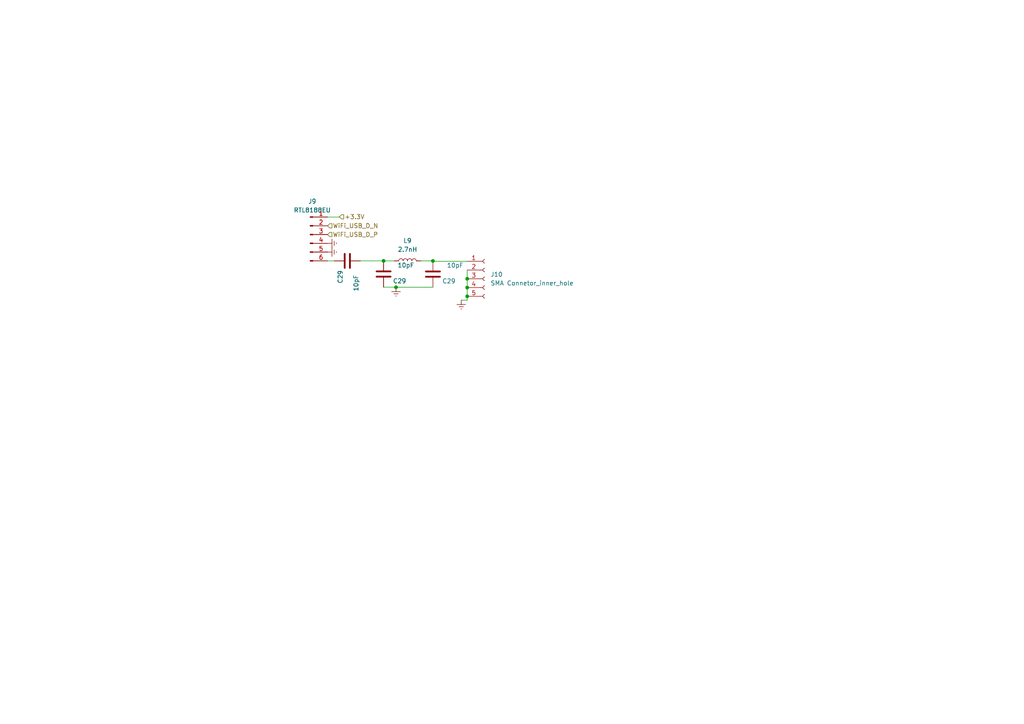
<source format=kicad_sch>
(kicad_sch (version 20230819) (generator eeschema)
  (paper "A4")
  (lib_symbols
    (symbol "Connector:Conn_01x05_Socket" (pin_names (offset 1.016) hide)
      (property "Reference" "J" (at 0 7.62 0))
      (property "Value" "Conn_01x05_Socket" (at 0 -7.62 0))
      (symbol "Conn_01x05_Socket_1_1"
        (arc (start 0 -4.572) (mid -0.5058 -5.08) (end 0 -5.588) (stroke (width 0.1524)))
        (arc (start 0 -2.032) (mid -0.5058 -2.54) (end 0 -3.048) (stroke (width 0.1524)))
        (polyline (pts (xy -1.27 -5.08) (xy -0.508 -5.08)) (stroke (width 0.1524)))
        (polyline (pts (xy -1.27 -2.54) (xy -0.508 -2.54)) (stroke (width 0.1524)))
        (polyline (pts (xy -1.27 0) (xy -0.508 0)) (stroke (width 0.1524)))
        (polyline (pts (xy -1.27 2.54) (xy -0.508 2.54)) (stroke (width 0.1524)))
        (polyline (pts (xy -1.27 5.08) (xy -0.508 5.08)) (stroke (width 0.1524)))
        (arc (start 0 0.508) (mid -0.5058 0) (end 0 -0.508) (stroke (width 0.1524)))
        (arc (start 0 3.048) (mid -0.5058 2.54) (end 0 2.032) (stroke (width 0.1524)))
        (arc (start 0 5.588) (mid -0.5058 5.08) (end 0 4.572) (stroke (width 0.1524)))
        (pin passive line (at -5.08 5.08 0) (length 3.81) (name "Pin_1") (number "1"))
        (pin passive line (at -5.08 2.54 0) (length 3.81) (name "Pin_2") (number "2"))
        (pin passive line (at -5.08 0 0) (length 3.81) (name "Pin_3") (number "3"))
        (pin passive line (at -5.08 -2.54 0) (length 3.81) (name "Pin_4") (number "4"))
        (pin passive line (at -5.08 -5.08 0) (length 3.81) (name "Pin_5") (number "5"))
      )
    )
    (symbol "Connector:Conn_01x06_Pin" (pin_names (offset 1.016) hide)
      (property "Reference" "J" (at 0 7.62 0))
      (property "Value" "Conn_01x06_Pin" (at 0 -10.16 0))
      (symbol "Conn_01x06_Pin_1_1"
        (polyline (pts (xy 1.27 -7.62) (xy 0.8636 -7.62)) (stroke (width 0.1524)))
        (polyline (pts (xy 1.27 -5.08) (xy 0.8636 -5.08)) (stroke (width 0.1524)))
        (polyline (pts (xy 1.27 -2.54) (xy 0.8636 -2.54)) (stroke (width 0.1524)))
        (polyline (pts (xy 1.27 0) (xy 0.8636 0)) (stroke (width 0.1524)))
        (polyline (pts (xy 1.27 2.54) (xy 0.8636 2.54)) (stroke (width 0.1524)))
        (polyline (pts (xy 1.27 5.08) (xy 0.8636 5.08)) (stroke (width 0.1524)))
        (rectangle (start 0.8636 -7.493) (end 0 -7.747) (stroke (width 0.1524)) (fill (type outline)))
        (rectangle (start 0.8636 -4.953) (end 0 -5.207) (stroke (width 0.1524)) (fill (type outline)))
        (rectangle (start 0.8636 -2.413) (end 0 -2.667) (stroke (width 0.1524)) (fill (type outline)))
        (rectangle (start 0.8636 0.127) (end 0 -0.127) (stroke (width 0.1524)) (fill (type outline)))
        (rectangle (start 0.8636 2.667) (end 0 2.413) (stroke (width 0.1524)) (fill (type outline)))
        (rectangle (start 0.8636 5.207) (end 0 4.953) (stroke (width 0.1524)) (fill (type outline)))
        (pin passive line (at 5.08 5.08 180) (length 3.81) (name "Pin_1") (number "1"))
        (pin passive line (at 5.08 2.54 180) (length 3.81) (name "Pin_2") (number "2"))
        (pin passive line (at 5.08 0 180) (length 3.81) (name "Pin_3") (number "3"))
        (pin passive line (at 5.08 -2.54 180) (length 3.81) (name "Pin_4") (number "4"))
        (pin passive line (at 5.08 -5.08 180) (length 3.81) (name "Pin_5") (number "5"))
        (pin passive line (at 5.08 -7.62 180) (length 3.81) (name "Pin_6") (number "6"))
      )
    )
    (symbol "Device:C" (pin_numbers hide) (pin_names (offset 0.254))
      (property "Reference" "C" (at 0.635 2.54 0))
      (property "Value" "C" (at 0.635 -2.54 0))
      (symbol "C_0_1"
        (polyline (pts (xy -2.032 -0.762) (xy 2.032 -0.762)) (stroke (width 0.508)))
        (polyline (pts (xy -2.032 0.762) (xy 2.032 0.762)) (stroke (width 0.508)))
      )
      (symbol "C_1_1"
        (pin passive line (at 0 3.81 270) (length 2.794) (name "~") (number "1"))
        (pin passive line (at 0 -3.81 90) (length 2.794) (name "~") (number "2"))
      )
    )
    (symbol "Device:L" (pin_numbers hide) (pin_names (offset 1.016) hide)
      (property "Reference" "L" (at -1.27 0 90))
      (property "Value" "L" (at 1.905 0 90))
      (symbol "L_0_1"
        (arc (start 0 -2.54) (mid 0.6323 -1.905) (end 0 -1.27))
        (arc (start 0 -1.27) (mid 0.6323 -0.635) (end 0 0))
        (arc (start 0 0) (mid 0.6323 0.635) (end 0 1.27))
        (arc (start 0 1.27) (mid 0.6323 1.905) (end 0 2.54))
      )
      (symbol "L_1_1"
        (pin passive line (at 0 3.81 270) (length 1.27) (name "1") (number "1"))
        (pin passive line (at 0 -3.81 90) (length 1.27) (name "2") (number "2"))
      )
    )
    (symbol "power:Earth" (power) (pin_names (offset 0))
      (symbol "Earth_0_1"
        (polyline (pts (xy -0.635 -1.905) (xy 0.635 -1.905)))
        (polyline (pts (xy -0.127 -2.54) (xy 0.127 -2.54)))
        (polyline (pts (xy 0 -1.27) (xy 0 0)))
        (polyline (pts (xy 1.27 -1.27) (xy -1.27 -1.27)))
      )
      (symbol "Earth_1_1"
        (pin power_in line (at 0 0 270) (length 0) hide (name "Earth") (number "1"))
      )
    )
  )
  (junction (at 125.5635 75.6923))
  (junction (at 111.2547 75.6661))
  (junction (at 135.5099 83.4044))
  (junction (at 135.5099 80.8644))
  (junction (at 135.5099 85.9444))
  (junction (at 114.8596 83.3123))
  (wire (pts (xy 125.5635 83.3123) (xy 114.8596 83.3123)))
  (wire (pts (xy 111.2547 83.2861) (xy 114.8596 83.2861)))
  (wire (pts (xy 98.4348 62.9529) (xy 95.018 62.9529)))
  (wire (pts (xy 125.5635 75.6923) (xy 125.5635 75.6649)))
  (wire (pts (xy 125.5635 75.6649) (xy 122.0011 75.6649)))
  (wire (pts (xy 111.2547 75.6661) (xy 114.3811 75.6661)))
  (wire (pts (xy 104.5436 75.6661) (xy 111.2547 75.6661)))
  (wire (pts (xy 125.5635 75.7844) (xy 125.5635 75.6923)))
  (wire (pts (xy 135.5099 80.8644) (xy 135.5099 83.4044)))
  (wire (pts (xy 135.5099 87.0593) (xy 133.7764 87.0593)))
  (wire (pts (xy 135.5099 78.3244) (xy 135.5099 80.8644)))
  (wire (pts (xy 96.9236 75.6661) (xy 95.018 75.6661)))
  (wire (pts (xy 114.8596 83.2861) (xy 114.8596 83.3123)))
  (wire (pts (xy 135.5099 83.4044) (xy 135.5099 85.9444)))
  (wire (pts (xy 135.5099 85.9444) (xy 135.5099 87.0593)))
  (wire (pts (xy 135.5099 75.7844) (xy 125.5635 75.7844)))
  (wire (pts (xy 98.4348 62.8841) (xy 98.4348 62.9529)))
  (wire (pts (xy 114.3811 75.6661) (xy 114.3811 75.6649)))
  (wire (pts (xy 95.018 75.6661) (xy 95.018 75.6529)))
  (hierarchical_label "WiFi_USB_D_P" (shape input) (at 95.018 68.0329 0))
  (hierarchical_label "+3.3V" (shape input) (at 98.4348 62.8841 0))
  (hierarchical_label "WiFi_USB_D_N" (shape input) (at 95.018 65.4929 0))
  (symbol (lib_id "Device:L") (at 118.1911 75.6649 90) (unit 1)
    (property "Reference" "L9" (at 118.1911 69.8225 90))
    (property "Value" "2.7nH" (at 118.1911 72.3625 90))
    (property "Footprint" "Inductor_SMD:L_0603_1608Metric" (effects hide))
    (property "Description" "Inductor" (effects hide))
  )
  (symbol (lib_id "Device:C") (at 111.2547 79.4761 0) (unit 1)
    (property "Reference" "C29" (at 117.8587 81.5081 0) (effects (justify right)))
    (property "Value" "10pF" (at 120.1447 76.9361 0) (effects (justify right)))
    (property "Footprint" "Capacitor_SMD:C_0603_1608Metric" (effects hide))
    (instances (project "RP2040_minimal" (path "" (reference "C29") (unit 1)) (path "" (reference "C94") (unit 1))))
  )
  (symbol (lib_id "power:Earth") (at 133.7764 87.0593 0) (unit 1)
    (property "Reference" "#PWR057" (effects hide))
    (property "Value" "Earth" (effects hide))
    (property "Description" "Power symbol creates a global label with name \"Earth\"" (effects hide))
    (instances (project "RP2040_minimal" (path "" (reference "#PWR057") (unit 1)) (path "" (reference "#PWR0206") (unit 1))))
  )
  (symbol (lib_id "power:Earth") (at 95.018 73.1129 90) (unit 1)
    (property "Reference" "#PWR057" (effects hide))
    (property "Value" "Earth" (effects hide))
    (property "Description" "Power symbol creates a global label with name \"Earth\"" (effects hide))
    (instances (project "RP2040_minimal" (path "" (reference "#PWR057") (unit 1)) (path "" (reference "#PWR0137") (unit 1))))
  )
  (symbol (lib_id "Connector:Conn_01x06_Pin") (at 89.938 68.0329 0) (unit 1)
    (property "Reference" "J9" (at 90.573 58.42 0))
    (property "Value" "RTL8188EU" (at 90.573 60.96 0))
    (property "Footprint" "RTL8188EU:RTL8188EU" (effects hide))
    (property "Description" "Generic connector, single row, 01x06, script generated" (effects hide))
  )
  (symbol (lib_id "Device:C") (at 100.7336 75.6661 270) (unit 1)
    (property "Reference" "C29" (at 98.7016 82.2701 0) (effects (justify right)))
    (property "Value" "10pF" (at 103.2736 84.5561 0) (effects (justify right)))
    (property "Footprint" "Capacitor_SMD:C_0603_1608Metric" (effects hide))
    (instances (project "RP2040_minimal" (path "" (reference "C29") (unit 1)) (path "" (reference "C35") (unit 1))))
  )
  (symbol (lib_id "power:Earth") (at 95.018 70.5729 90) (unit 1)
    (property "Reference" "#PWR057" (effects hide))
    (property "Value" "Earth" (effects hide))
    (property "Description" "Power symbol creates a global label with name \"Earth\"" (effects hide))
    (instances (project "RP2040_minimal" (path "" (reference "#PWR057") (unit 1)) (path "" (reference "#PWR041") (unit 1))))
  )
  (symbol (lib_id "Connector:Conn_01x05_Socket") (at 140.5899 80.8644 0) (unit 1)
    (property "Reference" "J10" (at 142.24 79.5943 0) (effects (justify left)))
    (property "Value" "SMA Connetor_inner_hole" (at 142.24 82.1343 0) (effects (justify left)))
    (property "Footprint" "Connector_Coaxial:SMA_Connector_inner_pin_right_angle" (effects hide))
    (property "Description" "Generic connector, single row, 01x05, script generated" (effects hide))
  )
  (symbol (lib_id "power:Earth") (at 114.8596 83.3123 0) (unit 1)
    (property "Reference" "#PWR057" (effects hide))
    (property "Value" "Earth" (effects hide))
    (property "Description" "Power symbol creates a global label with name \"Earth\"" (effects hide))
    (instances (project "RP2040_minimal" (path "" (reference "#PWR057") (unit 1)) (path "" (reference "#PWR0205") (unit 1))))
  )
  (symbol (lib_id "Device:C") (at 125.5635 79.5023 0) (unit 1)
    (property "Reference" "C29" (at 132.1675 81.5343 0) (effects (justify right)))
    (property "Value" "10pF" (at 134.4535 76.9623 0) (effects (justify right)))
    (property "Footprint" "Capacitor_SMD:C_0603_1608Metric" (effects hide))
    (instances (project "RP2040_minimal" (path "" (reference "C29") (unit 1)) (path "" (reference "C166") (unit 1))))
  )
)
</source>
